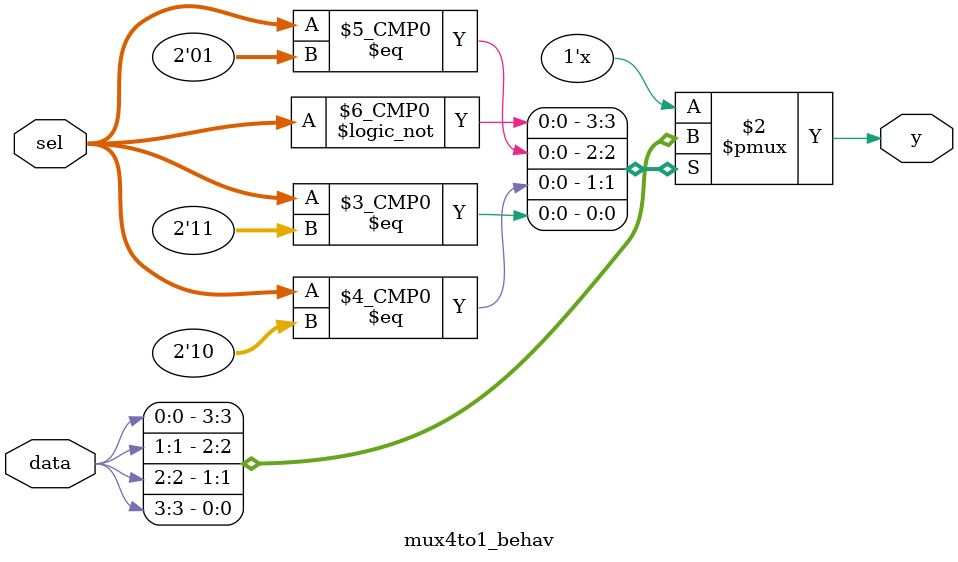
<source format=sv>
module mux4to1_behav(
    input [3:0] data,
    input [1:0] sel,
    output reg y
);
    always @(*) begin
        case(sel)
            2'b00: y = data[0];
            2'b01: y = data[1];
            2'b10: y = data[2];
            2'b11: y = data[3];
        endcase
    end
endmodule
</source>
